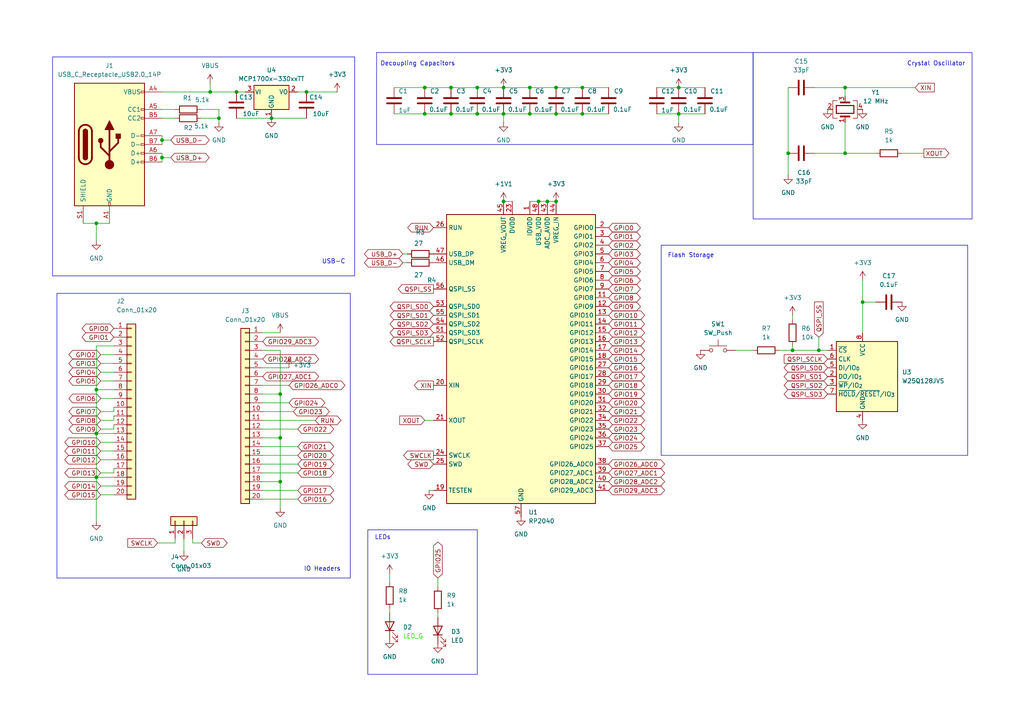
<source format=kicad_sch>
(kicad_sch (version 20250114) (generator "eeschema") (generator_version "9.0")
  (paper "A4")
  (lib_symbols
    (symbol "Connector:USB_C_Receptacle_USB2.0_14P" (pin_names (offset 1.016))
      (property "Reference" "J" (at 0 22.225 0))
      (property "Value" "USB_C_Receptacle_USB2.0_14P" (at 0 19.685 0))
      (symbol "USB_C_Receptacle_USB2.0_14P_1_1"
        (pin passive line (at -7.62 -22.86 90) (length 5.08) (name "SHIELD") (number "S1"))
        (pin passive line (at 0 -22.86 90) (length 5.08) (name "GND") (number "A1"))
        (pin passive line (at 0 -22.86 90) (length 5.08) (hide yes) (name "GND") (number "A12"))
        (pin passive line (at 0 -22.86 90) (length 5.08) (hide yes) (name "GND") (number "B1"))
        (pin passive line (at 0 -22.86 90) (length 5.08) (hide yes) (name "GND") (number "B12"))
        (pin passive line (at 15.24 15.24 180) (length 5.08) (name "VBUS") (number "A4"))
        (pin passive line (at 15.24 15.24 180) (length 5.08) (hide yes) (name "VBUS") (number "A9"))
        (pin passive line (at 15.24 15.24 180) (length 5.08) (hide yes) (name "VBUS") (number "B4"))
        (pin passive line (at 15.24 15.24 180) (length 5.08) (hide yes) (name "VBUS") (number "B9"))
        (pin bidirectional line (at 15.24 10.16 180) (length 5.08) (name "CC1") (number "A5"))
        (pin bidirectional line (at 15.24 7.62 180) (length 5.08) (name "CC2") (number "B5"))
        (pin bidirectional line (at 15.24 2.54 180) (length 5.08) (name "D-") (number "A7"))
        (pin bidirectional line (at 15.24 0 180) (length 5.08) (name "D-") (number "B7"))
        (pin bidirectional line (at 15.24 -2.54 180) (length 5.08) (name "D+") (number "A6"))
        (pin bidirectional line (at 15.24 -5.08 180) (length 5.08) (name "D+") (number "B6"))
      )
    )
    (symbol "Connector_Generic:Conn_01x03" (pin_names (offset 1.016) (hide yes))
      (property "Reference" "J" (at 0 5.08 0))
      (property "Value" "Conn_01x03" (at 0 -5.08 0))
      (symbol "Conn_01x03_1_1"
        (pin passive line (at -5.08 2.54 0) (length 3.81) (name "Pin_1") (number "1"))
        (pin passive line (at -5.08 0 0) (length 3.81) (name "Pin_2") (number "2"))
        (pin passive line (at -5.08 -2.54 0) (length 3.81) (name "Pin_3") (number "3"))
      )
    )
    (symbol "Connector_Generic:Conn_01x20" (pin_names (offset 1.016) (hide yes))
      (property "Reference" "J" (at 0 25.4 0))
      (property "Value" "Conn_01x20" (at 0 -27.94 0))
      (symbol "Conn_01x20_1_1"
        (pin passive line (at -5.08 22.86 0) (length 3.81) (name "Pin_1") (number "1"))
        (pin passive line (at -5.08 20.32 0) (length 3.81) (name "Pin_2") (number "2"))
        (pin passive line (at -5.08 17.78 0) (length 3.81) (name "Pin_3") (number "3"))
        (pin passive line (at -5.08 15.24 0) (length 3.81) (name "Pin_4") (number "4"))
        (pin passive line (at -5.08 12.7 0) (length 3.81) (name "Pin_5") (number "5"))
        (pin passive line (at -5.08 10.16 0) (length 3.81) (name "Pin_6") (number "6"))
        (pin passive line (at -5.08 7.62 0) (length 3.81) (name "Pin_7") (number "7"))
        (pin passive line (at -5.08 5.08 0) (length 3.81) (name "Pin_8") (number "8"))
        (pin passive line (at -5.08 2.54 0) (length 3.81) (name "Pin_9") (number "9"))
        (pin passive line (at -5.08 0 0) (length 3.81) (name "Pin_10") (number "10"))
        (pin passive line (at -5.08 -2.54 0) (length 3.81) (name "Pin_11") (number "11"))
        (pin passive line (at -5.08 -5.08 0) (length 3.81) (name "Pin_12") (number "12"))
        (pin passive line (at -5.08 -7.62 0) (length 3.81) (name "Pin_13") (number "13"))
        (pin passive line (at -5.08 -10.16 0) (length 3.81) (name "Pin_14") (number "14"))
        (pin passive line (at -5.08 -12.7 0) (length 3.81) (name "Pin_15") (number "15"))
        (pin passive line (at -5.08 -15.24 0) (length 3.81) (name "Pin_16") (number "16"))
        (pin passive line (at -5.08 -17.78 0) (length 3.81) (name "Pin_17") (number "17"))
        (pin passive line (at -5.08 -20.32 0) (length 3.81) (name "Pin_18") (number "18"))
        (pin passive line (at -5.08 -22.86 0) (length 3.81) (name "Pin_19") (number "19"))
        (pin passive line (at -5.08 -25.4 0) (length 3.81) (name "Pin_20") (number "20"))
      )
    )
    (symbol "Device:C" (pin_numbers (hide yes)) (pin_names (offset 0.254))
      (property "Reference" "C" (at 0.635 2.54 0))
      (property "Value" "C" (at 0.635 -2.54 0))
      (symbol "C_1_1"
        (pin passive line (at 0 3.81 270) (length 2.794) (name "~") (number "1"))
        (pin passive line (at 0 -3.81 90) (length 2.794) (name "~") (number "2"))
      )
    )
    (symbol "Device:Crystal_GND24" (pin_names (offset 1.016) (hide yes))
      (property "Reference" "Y" (at 3.175 5.08 0))
      (property "Value" "Crystal_GND24" (at 3.175 3.175 0))
      (symbol "Crystal_GND24_1_1"
        (pin passive line (at -3.81 0 0) (length 1.27) (name "1") (number "1"))
        (pin passive line (at 0 5.08 270) (length 1.27) (name "2") (number "2"))
        (pin passive line (at 0 -5.08 90) (length 1.27) (name "4") (number "4"))
        (pin passive line (at 3.81 0 180) (length 1.27) (name "3") (number "3"))
      )
    )
    (symbol "Device:LED" (pin_numbers (hide yes)) (pin_names (offset 1.016) (hide yes))
      (property "Reference" "D" (at 0 2.54 0))
      (property "Value" "LED" (at 0 -2.54 0))
      (symbol "LED_1_1"
        (pin passive line (at -3.81 0 0) (length 2.54) (name "K") (number "1"))
        (pin passive line (at 3.81 0 180) (length 2.54) (name "A") (number "2"))
      )
    )
    (symbol "Device:R" (pin_numbers (hide yes)) (pin_names (offset 0))
      (property "Reference" "R" (at 2.032 0 90))
      (property "Value" "R" (at 0 0 90))
      (symbol "R_1_1"
        (pin passive line (at 0 3.81 270) (length 1.27) (name "~") (number "1"))
        (pin passive line (at 0 -3.81 90) (length 1.27) (name "~") (number "2"))
      )
    )
    (symbol "MCU_RaspberryPi:RP2040"
      (property "Reference" "U" (at 17.78 45.72 0))
      (property "Value" "RP2040" (at 17.78 43.18 0))
      (symbol "RP2040_1_1"
        (pin input line (at -25.4 38.1 0) (length 3.81) (name "RUN") (number "26"))
        (pin bidirectional line (at -25.4 30.48 0) (length 3.81) (name "USB_DP") (number "47"))
        (pin bidirectional line (at -25.4 27.94 0) (length 3.81) (name "USB_DM") (number "46"))
        (pin bidirectional line (at -25.4 20.32 0) (length 3.81) (name "QSPI_SS") (number "56"))
        (pin bidirectional line (at -25.4 15.24 0) (length 3.81) (name "QSPI_SD0") (number "53"))
        (pin bidirectional line (at -25.4 12.7 0) (length 3.81) (name "QSPI_SD1") (number "55"))
        (pin bidirectional line (at -25.4 10.16 0) (length 3.81) (name "QSPI_SD2") (number "54"))
        (pin bidirectional line (at -25.4 7.62 0) (length 3.81) (name "QSPI_SD3") (number "51"))
        (pin output line (at -25.4 5.08 0) (length 3.81) (name "QSPI_SCLK") (number "52"))
        (pin input line (at -25.4 -7.62 0) (length 3.81) (name "XIN") (number "20"))
        (pin passive line (at -25.4 -17.78 0) (length 3.81) (name "XOUT") (number "21"))
        (pin input line (at -25.4 -27.94 0) (length 3.81) (name "SWCLK") (number "24"))
        (pin bidirectional line (at -25.4 -30.48 0) (length 3.81) (name "SWD") (number "25"))
        (pin input line (at -25.4 -38.1 0) (length 3.81) (name "TESTEN") (number "19"))
        (pin power_out line (at -5.08 45.72 270) (length 3.81) (name "VREG_VOUT") (number "45"))
        (pin power_in line (at -2.54 45.72 270) (length 3.81) (name "DVDD") (number "23"))
        (pin passive line (at -2.54 45.72 270) (length 3.81) (hide yes) (name "DVDD") (number "50"))
        (pin power_in line (at 0 -45.72 90) (length 3.81) (name "GND") (number "57"))
        (pin power_in line (at 2.54 45.72 270) (length 3.81) (name "IOVDD") (number "1"))
        (pin passive line (at 2.54 45.72 270) (length 3.81) (hide yes) (name "IOVDD") (number "10"))
        (pin passive line (at 2.54 45.72 270) (length 3.81) (hide yes) (name "IOVDD") (number "22"))
        (pin passive line (at 2.54 45.72 270) (length 3.81) (hide yes) (name "IOVDD") (number "33"))
        (pin passive line (at 2.54 45.72 270) (length 3.81) (hide yes) (name "IOVDD") (number "42"))
        (pin passive line (at 2.54 45.72 270) (length 3.81) (hide yes) (name "IOVDD") (number "49"))
        (pin power_in line (at 5.08 45.72 270) (length 3.81) (name "USB_VDD") (number "48"))
        (pin power_in line (at 7.62 45.72 270) (length 3.81) (name "ADC_AVDD") (number "43"))
        (pin power_in line (at 10.16 45.72 270) (length 3.81) (name "VREG_IN") (number "44"))
        (pin bidirectional line (at 25.4 38.1 180) (length 3.81) (name "GPIO0") (number "2"))
        (pin bidirectional line (at 25.4 35.56 180) (length 3.81) (name "GPIO1") (number "3"))
        (pin bidirectional line (at 25.4 33.02 180) (length 3.81) (name "GPIO2") (number "4"))
        (pin bidirectional line (at 25.4 30.48 180) (length 3.81) (name "GPIO3") (number "5"))
        (pin bidirectional line (at 25.4 27.94 180) (length 3.81) (name "GPIO4") (number "6"))
        (pin bidirectional line (at 25.4 25.4 180) (length 3.81) (name "GPIO5") (number "7"))
        (pin bidirectional line (at 25.4 22.86 180) (length 3.81) (name "GPIO6") (number "8"))
        (pin bidirectional line (at 25.4 20.32 180) (length 3.81) (name "GPIO7") (number "9"))
        (pin bidirectional line (at 25.4 17.78 180) (length 3.81) (name "GPIO8") (number "11"))
        (pin bidirectional line (at 25.4 15.24 180) (length 3.81) (name "GPIO9") (number "12"))
        (pin bidirectional line (at 25.4 12.7 180) (length 3.81) (name "GPIO10") (number "13"))
        (pin bidirectional line (at 25.4 10.16 180) (length 3.81) (name "GPIO11") (number "14"))
        (pin bidirectional line (at 25.4 7.62 180) (length 3.81) (name "GPIO12") (number "15"))
        (pin bidirectional line (at 25.4 5.08 180) (length 3.81) (name "GPIO13") (number "16"))
        (pin bidirectional line (at 25.4 2.54 180) (length 3.81) (name "GPIO14") (number "17"))
        (pin bidirectional line (at 25.4 0 180) (length 3.81) (name "GPIO15") (number "18"))
        (pin bidirectional line (at 25.4 -2.54 180) (length 3.81) (name "GPIO16") (number "27"))
        (pin bidirectional line (at 25.4 -5.08 180) (length 3.81) (name "GPIO17") (number "28"))
        (pin bidirectional line (at 25.4 -7.62 180) (length 3.81) (name "GPIO18") (number "29"))
        (pin bidirectional line (at 25.4 -10.16 180) (length 3.81) (name "GPIO19") (number "30"))
        (pin bidirectional line (at 25.4 -12.7 180) (length 3.81) (name "GPIO20") (number "31"))
        (pin bidirectional line (at 25.4 -15.24 180) (length 3.81) (name "GPIO21") (number "32"))
        (pin bidirectional line (at 25.4 -17.78 180) (length 3.81) (name "GPIO22") (number "34"))
        (pin bidirectional line (at 25.4 -20.32 180) (length 3.81) (name "GPIO23") (number "35"))
        (pin bidirectional line (at 25.4 -22.86 180) (length 3.81) (name "GPIO24") (number "36"))
        (pin bidirectional line (at 25.4 -25.4 180) (length 3.81) (name "GPIO25") (number "37"))
        (pin bidirectional line (at 25.4 -30.48 180) (length 3.81) (name "GPIO26_ADC0") (number "38"))
        (pin bidirectional line (at 25.4 -33.02 180) (length 3.81) (name "GPIO27_ADC1") (number "39"))
        (pin bidirectional line (at 25.4 -35.56 180) (length 3.81) (name "GPIO28_ADC2") (number "40"))
        (pin bidirectional line (at 25.4 -38.1 180) (length 3.81) (name "GPIO29_ADC3") (number "41"))
      )
    )
    (symbol "Memory_Flash:W25Q128JVS"
      (property "Reference" "U" (at -6.35 11.43 0))
      (property "Value" "W25Q128JVS" (at 7.62 11.43 0))
      (symbol "W25Q128JVS_1_1"
        (pin input line (at -10.16 7.62 0) (length 2.54) (name "~{CS}") (number "1"))
        (pin input line (at -10.16 5.08 0) (length 2.54) (name "CLK") (number "6"))
        (pin bidirectional line (at -10.16 2.54 0) (length 2.54) (name "DI/IO_{0}") (number "5"))
        (pin bidirectional line (at -10.16 0 0) (length 2.54) (name "DO/IO_{1}") (number "2"))
        (pin bidirectional line (at -10.16 -2.54 0) (length 2.54) (name "~{WP}/IO_{2}") (number "3"))
        (pin bidirectional line (at -10.16 -5.08 0) (length 2.54) (name "~{HOLD}/~{RESET}/IO_{3}") (number "7"))
        (pin power_in line (at 0 12.7 270) (length 2.54) (name "VCC") (number "8"))
        (pin power_in line (at 0 -12.7 90) (length 2.54) (name "GND") (number "4"))
      )
    )
    (symbol "Regulator_Linear:MCP1700x-330xxTT" (pin_names (offset 0.254))
      (property "Reference" "U" (at -3.81 3.175 0))
      (property "Value" "MCP1700x-330xxTT" (at 0 3.175 0))
      (symbol "MCP1700x-330xxTT_1_1"
        (pin power_in line (at -7.62 0 0) (length 2.54) (name "VI") (number "3"))
        (pin power_in line (at 0 -7.62 90) (length 2.54) (name "GND") (number "1"))
        (pin power_out line (at 7.62 0 180) (length 2.54) (name "VO") (number "2"))
      )
    )
    (symbol "Switch:SW_Push" (pin_numbers (hide yes)) (pin_names (offset 1.016) (hide yes))
      (property "Reference" "SW" (at 1.27 2.54 0))
      (property "Value" "SW_Push" (at 0 -1.524 0))
      (symbol "SW_Push_0_1"
        (pin passive line (at -5.08 0 0) (length 2.54) (name "1") (number "1"))
        (pin passive line (at 5.08 0 180) (length 2.54) (name "2") (number "2"))
      )
    )
    (symbol "power:+1V1" (power) (pin_numbers (hide yes)) (pin_names (offset 0) (hide yes))
      (property "Value" "+1V1" (at 0 3.556 0))
      (symbol "+1V1_1_1"
        (pin power_in line (at 0 0 90) (length 0) (name "~") (number "1"))
      )
    )
    (symbol "power:+3V3" (power) (pin_numbers (hide yes)) (pin_names (offset 0) (hide yes))
      (property "Value" "+3V3" (at 0 3.556 0))
      (symbol "+3V3_1_1"
        (pin power_in line (at 0 0 90) (length 0) (name "~") (number "1"))
      )
    )
    (symbol "power:GND" (power) (pin_numbers (hide yes)) (pin_names (offset 0) (hide yes))
      (property "Value" "GND" (at 0 -3.81 0))
      (symbol "GND_1_1"
        (pin power_in line (at 0 0 270) (length 0) (name "~") (number "1"))
      )
    )
    (symbol "power:VBUS" (power) (pin_numbers (hide yes)) (pin_names (offset 0) (hide yes))
      (property "Value" "VBUS" (at 0 3.556 0))
      (symbol "VBUS_1_1"
        (pin power_in line (at 0 0 90) (length 0) (name "~") (number "1"))
      )
    )
  )
  (rectangle (start 191.77 71.12) (end 280.67 132.08))
  (rectangle (start 109.22 15.24) (end 218.44 41.91))
  (rectangle (start 15.24 16.51) (end 102.87 80.01))
  (rectangle (start 106.68 153.67) (end 138.43 195.58))
  (rectangle (start 16.51 85.09) (end 101.6 167.64))
  (rectangle (start 218.44 15.24) (end 281.94 63.5))
  (text "Flash Storage" (at 200.406 74.168 0) (effects (font (size 1.27 1.27))))
  (text "USB-C" (at 96.774 75.946 0) (effects (font (size 1.27 1.27))))
  (text "Decoupling Capacitors" (at 121.158 18.542 0) (effects (font (size 1.27 1.27))))
  (text "Crystal Oscillator\n" (at 271.526 18.542 0) (effects (font (size 1.27 1.27))))
  (text "LEDs" (at 110.998 155.956 0) (effects (font (size 1.27 1.27))))
  (text "IO Headers" (at 93.472 165.1 0) (effects (font (size 1.27 1.27))))
  (junction (at 146.05 25.4))
  (junction (at 229.87 101.6))
  (junction (at 27.94 125.73))
  (junction (at 168.91 25.4))
  (junction (at 237.49 101.6))
  (junction (at 27.94 64.77))
  (junction (at 245.11 25.4))
  (junction (at 138.43 33.02))
  (junction (at 196.85 25.4))
  (junction (at 46.99 40.64))
  (junction (at 63.5 34.29))
  (junction (at 81.28 139.7))
  (junction (at 168.91 33.02))
  (junction (at 81.28 114.3))
  (junction (at 158.75 58.42))
  (junction (at 228.6 44.45))
  (junction (at 156.21 58.42))
  (junction (at 196.85 33.02))
  (junction (at 60.96 26.67))
  (junction (at 27.94 113.03))
  (junction (at 81.28 127))
  (junction (at 153.67 33.02))
  (junction (at 161.29 25.4))
  (junction (at 146.05 33.02))
  (junction (at 46.99 45.72))
  (junction (at 123.19 33.02))
  (junction (at 153.67 25.4))
  (junction (at 123.19 25.4))
  (junction (at 146.05 58.42))
  (junction (at 130.81 25.4))
  (junction (at 250.19 87.63))
  (junction (at 245.11 44.45))
  (junction (at 68.58 26.67))
  (junction (at 161.29 58.42))
  (junction (at 130.81 33.02))
  (junction (at 138.43 25.4))
  (junction (at 78.74 34.29))
  (junction (at 27.94 138.43))
  (junction (at 88.9 26.67))
  (junction (at 161.29 33.02))
  (wire (pts (xy 46.99 40.64) (xy 46.99 41.91)))
  (wire (pts (xy 76.2 96.52) (xy 81.28 96.52)))
  (wire (pts (xy 27.94 125.73) (xy 33.02 125.73)))
  (wire (pts (xy 153.67 33.02) (xy 161.29 33.02)))
  (wire (pts (xy 127 167.64) (xy 127 170.18)))
  (wire (pts (xy 27.94 113.03) (xy 27.94 125.73)))
  (wire (pts (xy 161.29 25.4) (xy 168.91 25.4)))
  (wire (pts (xy 63.5 31.75) (xy 63.5 34.29)))
  (wire (pts (xy 127 177.8) (xy 127 179.07)))
  (wire (pts (xy 113.03 166.37) (xy 113.03 168.91)))
  (wire (pts (xy 46.99 31.75) (xy 50.8 31.75)))
  (wire (pts (xy 245.11 44.45) (xy 254 44.45)))
  (wire (pts (xy 29.21 130.81) (xy 33.02 130.81)))
  (wire (pts (xy 76.2 119.38) (xy 85.09 119.38)))
  (wire (pts (xy 50.8 156.21) (xy 50.8 157.48)))
  (wire (pts (xy 146.05 58.42) (xy 148.59 58.42)))
  (wire (pts (xy 114.3 25.4) (xy 123.19 25.4)))
  (wire (pts (xy 196.85 35.56) (xy 196.85 33.02)))
  (wire (pts (xy 138.43 25.4) (xy 146.05 25.4)))
  (wire (pts (xy 153.67 25.4) (xy 161.29 25.4)))
  (wire (pts (xy 81.28 139.7) (xy 81.28 147.32)))
  (wire (pts (xy 29.21 128.27) (xy 33.02 128.27)))
  (wire (pts (xy 81.28 101.6) (xy 81.28 114.3)))
  (wire (pts (xy 76.2 137.16) (xy 86.36 137.16)))
  (wire (pts (xy 76.2 121.92) (xy 91.44 121.92)))
  (wire (pts (xy 229.87 91.44) (xy 229.87 92.71)))
  (wire (pts (xy 123.19 25.4) (xy 130.81 25.4)))
  (wire (pts (xy 113.03 176.53) (xy 113.03 177.8)))
  (wire (pts (xy 27.94 64.77) (xy 31.75 64.77)))
  (wire (pts (xy 76.2 129.54) (xy 86.36 129.54)))
  (wire (pts (xy 29.21 133.35) (xy 33.02 133.35)))
  (wire (pts (xy 146.05 33.02) (xy 153.67 33.02)))
  (wire (pts (xy 27.94 138.43) (xy 33.02 138.43)))
  (wire (pts (xy 29.21 124.46) (xy 33.02 124.46)))
  (wire (pts (xy 161.29 33.02) (xy 168.91 33.02)))
  (wire (pts (xy 76.2 114.3) (xy 81.28 114.3)))
  (wire (pts (xy 76.2 101.6) (xy 81.28 101.6)))
  (wire (pts (xy 81.28 114.3) (xy 81.28 127)))
  (wire (pts (xy 123.19 121.92) (xy 125.73 121.92)))
  (wire (pts (xy 29.21 107.95) (xy 33.02 107.95)))
  (wire (pts (xy 116.84 73.66) (xy 118.11 73.66)))
  (wire (pts (xy 88.9 26.67) (xy 97.79 26.67)))
  (wire (pts (xy 116.84 76.2) (xy 118.11 76.2)))
  (wire (pts (xy 146.05 35.56) (xy 146.05 33.02)))
  (wire (pts (xy 27.94 64.77) (xy 27.94 69.85)))
  (wire (pts (xy 60.96 26.67) (xy 68.58 26.67)))
  (wire (pts (xy 228.6 44.45) (xy 228.6 50.8)))
  (wire (pts (xy 236.22 25.4) (xy 245.11 25.4)))
  (wire (pts (xy 78.74 34.29) (xy 88.9 34.29)))
  (wire (pts (xy 63.5 34.29) (xy 63.5 35.56)))
  (wire (pts (xy 53.34 156.21) (xy 53.34 160.02)))
  (wire (pts (xy 33.02 137.16) (xy 33.02 135.89)))
  (wire (pts (xy 114.3 33.02) (xy 123.19 33.02)))
  (wire (pts (xy 68.58 26.67) (xy 71.12 26.67)))
  (wire (pts (xy 46.99 45.72) (xy 46.99 46.99)))
  (wire (pts (xy 29.21 121.92) (xy 33.02 121.92)))
  (wire (pts (xy 27.94 113.03) (xy 33.02 113.03)))
  (wire (pts (xy 250.19 87.63) (xy 254 87.63)))
  (wire (pts (xy 153.67 58.42) (xy 156.21 58.42)))
  (wire (pts (xy 76.2 134.62) (xy 86.36 134.62)))
  (wire (pts (xy 55.88 157.48) (xy 58.42 157.48)))
  (wire (pts (xy 27.94 100.33) (xy 27.94 113.03)))
  (wire (pts (xy 46.99 44.45) (xy 46.99 45.72)))
  (wire (pts (xy 213.36 101.6) (xy 218.44 101.6)))
  (wire (pts (xy 245.11 25.4) (xy 265.43 25.4)))
  (wire (pts (xy 130.81 25.4) (xy 138.43 25.4)))
  (wire (pts (xy 55.88 156.21) (xy 55.88 157.48)))
  (wire (pts (xy 33.02 124.46) (xy 33.02 123.19)))
  (wire (pts (xy 146.05 25.4) (xy 153.67 25.4)))
  (wire (pts (xy 261.62 44.45) (xy 267.97 44.45)))
  (wire (pts (xy 33.02 121.92) (xy 33.02 120.65)))
  (wire (pts (xy 76.2 132.08) (xy 86.36 132.08)))
  (wire (pts (xy 29.21 105.41) (xy 33.02 105.41)))
  (wire (pts (xy 196.85 25.4) (xy 204.47 25.4)))
  (wire (pts (xy 123.19 33.02) (xy 130.81 33.02)))
  (wire (pts (xy 33.02 100.33) (xy 27.94 100.33)))
  (wire (pts (xy 81.28 127) (xy 81.28 139.7)))
  (wire (pts (xy 46.99 34.29) (xy 50.8 34.29)))
  (wire (pts (xy 76.2 144.78) (xy 86.36 144.78)))
  (wire (pts (xy 46.99 26.67) (xy 60.96 26.67)))
  (wire (pts (xy 58.42 34.29) (xy 63.5 34.29)))
  (wire (pts (xy 76.2 139.7) (xy 81.28 139.7)))
  (wire (pts (xy 138.43 33.02) (xy 146.05 33.02)))
  (wire (pts (xy 190.5 33.02) (xy 196.85 33.02)))
  (wire (pts (xy 130.81 33.02) (xy 138.43 33.02)))
  (wire (pts (xy 196.85 33.02) (xy 204.47 33.02)))
  (wire (pts (xy 250.19 81.28) (xy 250.19 87.63)))
  (wire (pts (xy 237.49 101.6) (xy 237.49 97.79)))
  (wire (pts (xy 33.02 119.38) (xy 33.02 118.11)))
  (wire (pts (xy 76.2 124.46) (xy 86.36 124.46)))
  (wire (pts (xy 229.87 101.6) (xy 237.49 101.6)))
  (wire (pts (xy 168.91 25.4) (xy 176.53 25.4)))
  (wire (pts (xy 27.94 125.73) (xy 27.94 138.43)))
  (wire (pts (xy 29.21 119.38) (xy 33.02 119.38)))
  (wire (pts (xy 236.22 44.45) (xy 245.11 44.45)))
  (wire (pts (xy 29.21 137.16) (xy 33.02 137.16)))
  (wire (pts (xy 29.21 102.87) (xy 33.02 102.87)))
  (wire (pts (xy 250.19 87.63) (xy 250.19 96.52)))
  (wire (pts (xy 245.11 25.4) (xy 245.11 27.94)))
  (wire (pts (xy 24.13 64.77) (xy 27.94 64.77)))
  (wire (pts (xy 76.2 127) (xy 81.28 127)))
  (wire (pts (xy 46.99 39.37) (xy 46.99 40.64)))
  (wire (pts (xy 29.21 110.49) (xy 33.02 110.49)))
  (wire (pts (xy 158.75 58.42) (xy 161.29 58.42)))
  (wire (pts (xy 124.46 142.24) (xy 125.73 142.24)))
  (wire (pts (xy 245.11 35.56) (xy 245.11 44.45)))
  (wire (pts (xy 29.21 140.97) (xy 33.02 140.97)))
  (wire (pts (xy 228.6 25.4) (xy 228.6 44.45)))
  (wire (pts (xy 29.21 115.57) (xy 33.02 115.57)))
  (wire (pts (xy 190.5 25.4) (xy 196.85 25.4)))
  (wire (pts (xy 58.42 31.75) (xy 63.5 31.75)))
  (wire (pts (xy 60.96 24.13) (xy 60.96 26.67)))
  (wire (pts (xy 168.91 33.02) (xy 176.53 33.02)))
  (wire (pts (xy 86.36 26.67) (xy 88.9 26.67)))
  (wire (pts (xy 226.06 101.6) (xy 229.87 101.6)))
  (wire (pts (xy 46.99 45.72) (xy 49.53 45.72)))
  (wire (pts (xy 46.99 40.64) (xy 49.53 40.64)))
  (wire (pts (xy 68.58 34.29) (xy 78.74 34.29)))
  (wire (pts (xy 76.2 142.24) (xy 86.36 142.24)))
  (wire (pts (xy 237.49 101.6) (xy 240.03 101.6)))
  (wire (pts (xy 229.87 100.33) (xy 229.87 101.6)))
  (wire (pts (xy 29.21 143.51) (xy 33.02 143.51)))
  (wire (pts (xy 27.94 138.43) (xy 27.94 151.13)))
  (wire (pts (xy 50.8 157.48) (xy 45.72 157.48)))
  (wire (pts (xy 76.2 106.68) (xy 83.82 106.68)))
  (wire (pts (xy 156.21 58.42) (xy 158.75 58.42)))
  (wire (pts (xy 76.2 111.76) (xy 83.82 111.76)))
  (wire (pts (xy 76.2 116.84) (xy 83.82 116.84)))
  (global_label "GPIO20" (shape bidirectional) (at 86.36 132.08 0) (property "Intersheetrefs" "${INTERSHEET_REFS}" (effects (hide yes))))
  (global_label "XIN" (shape output) (at 125.73 111.76 180) (property "Intersheetrefs" "${INTERSHEET_REFS}" (effects (hide yes))))
  (global_label "GPIO26_ADC0" (shape bidirectional) (at 176.53 134.62 0) (property "Intersheetrefs" "${INTERSHEET_REFS}" (effects (hide yes))))
  (global_label "GPIO14" (shape bidirectional) (at 29.21 140.97 180) (property "Intersheetrefs" "${INTERSHEET_REFS}" (effects (hide yes))))
  (global_label "RUN" (shape bidirectional) (at 91.44 121.92 0) (property "Intersheetrefs" "${INTERSHEET_REFS}" (effects (hide yes))))
  (global_label "GPIO14" (shape bidirectional) (at 176.53 101.6 0) (property "Intersheetrefs" "${INTERSHEET_REFS}" (effects (hide yes))))
  (global_label "SWCLK" (shape input) (at 45.72 157.48 180) (property "Intersheetrefs" "${INTERSHEET_REFS}" (effects (hide yes))))
  (global_label "GPIO17" (shape bidirectional) (at 86.36 142.24 0) (property "Intersheetrefs" "${INTERSHEET_REFS}" (effects (hide yes))))
  (global_label "QSPI_SD3" (shape bidirectional) (at 240.03 114.3 180) (property "Intersheetrefs" "${INTERSHEET_REFS}" (effects (hide yes))))
  (global_label "XOUT" (shape output) (at 267.97 44.45 0) (property "Intersheetrefs" "${INTERSHEET_REFS}" (effects (hide yes))))
  (global_label "GPIO10" (shape bidirectional) (at 176.53 91.44 0) (property "Intersheetrefs" "${INTERSHEET_REFS}" (effects (hide yes))))
  (global_label "GPIO9" (shape bidirectional) (at 29.21 124.46 180) (property "Intersheetrefs" "${INTERSHEET_REFS}" (effects (hide yes))))
  (global_label "SWD" (shape bidirectional) (at 58.42 157.48 0) (property "Intersheetrefs" "${INTERSHEET_REFS}" (effects (hide yes))))
  (global_label "GPIO28_ADC2" (shape bidirectional) (at 176.53 139.7 0) (property "Intersheetrefs" "${INTERSHEET_REFS}" (effects (hide yes))))
  (global_label "GPIO28_ADC2" (shape bidirectional) (at 76.2 104.14 0) (property "Intersheetrefs" "${INTERSHEET_REFS}" (effects (hide yes))))
  (global_label "GPIO8" (shape bidirectional) (at 176.53 86.36 0) (property "Intersheetrefs" "${INTERSHEET_REFS}" (effects (hide yes))))
  (global_label "QSPI_SD1" (shape bidirectional) (at 240.03 109.22 180) (property "Intersheetrefs" "${INTERSHEET_REFS}" (effects (hide yes))))
  (global_label "GPIO15" (shape bidirectional) (at 29.21 143.51 180) (property "Intersheetrefs" "${INTERSHEET_REFS}" (effects (hide yes))))
  (global_label "GPIO4" (shape bidirectional) (at 176.53 76.2 0) (property "Intersheetrefs" "${INTERSHEET_REFS}" (effects (hide yes))))
  (global_label "GPIO3" (shape bidirectional) (at 176.53 73.66 0) (property "Intersheetrefs" "${INTERSHEET_REFS}" (effects (hide yes))))
  (global_label "GPIO7" (shape bidirectional) (at 29.21 119.38 180) (property "Intersheetrefs" "${INTERSHEET_REFS}" (effects (hide yes))))
  (global_label "GPIO13" (shape bidirectional) (at 29.21 137.16 180) (property "Intersheetrefs" "${INTERSHEET_REFS}" (effects (hide yes))))
  (global_label "GPIO18" (shape bidirectional) (at 176.53 111.76 0) (property "Intersheetrefs" "${INTERSHEET_REFS}" (effects (hide yes))))
  (global_label "GPIO8" (shape bidirectional) (at 29.21 121.92 180) (property "Intersheetrefs" "${INTERSHEET_REFS}" (effects (hide yes))))
  (global_label "USB_D-" (shape bidirectional) (at 49.53 40.64 0) (property "Intersheetrefs" "${INTERSHEET_REFS}" (effects (hide yes))))
  (global_label "GPIO9" (shape bidirectional) (at 176.53 88.9 0) (property "Intersheetrefs" "${INTERSHEET_REFS}" (effects (hide yes))))
  (global_label "QSPI_SCLK" (shape input) (at 240.03 104.14 180) (property "Intersheetrefs" "${INTERSHEET_REFS}" (effects (hide yes))))
  (global_label "RUN" (shape bidirectional) (at 125.73 66.04 180) (property "Intersheetrefs" "${INTERSHEET_REFS}" (effects (hide yes))))
  (global_label "GPIO11" (shape bidirectional) (at 176.53 93.98 0) (property "Intersheetrefs" "${INTERSHEET_REFS}" (effects (hide yes))))
  (global_label "GPIO19" (shape bidirectional) (at 176.53 114.3 0) (property "Intersheetrefs" "${INTERSHEET_REFS}" (effects (hide yes))))
  (global_label "GPIO12" (shape bidirectional) (at 176.53 96.52 0) (property "Intersheetrefs" "${INTERSHEET_REFS}" (effects (hide yes))))
  (global_label "GPIO24" (shape bidirectional) (at 83.82 116.84 0) (property "Intersheetrefs" "${INTERSHEET_REFS}" (effects (hide yes))))
  (global_label "GPIO27_ADC1" (shape bidirectional) (at 76.2 109.22 0) (property "Intersheetrefs" "${INTERSHEET_REFS}" (effects (hide yes))))
  (global_label "GPIO0" (shape bidirectional) (at 176.53 66.04 0) (property "Intersheetrefs" "${INTERSHEET_REFS}" (effects (hide yes))))
  (global_label "GPIO6" (shape bidirectional) (at 29.21 115.57 180) (property "Intersheetrefs" "${INTERSHEET_REFS}" (effects (hide yes))))
  (global_label "GPIO2" (shape bidirectional) (at 29.21 102.87 180) (property "Intersheetrefs" "${INTERSHEET_REFS}" (effects (hide yes))))
  (global_label "GPIO5" (shape bidirectional) (at 29.21 110.49 180) (property "Intersheetrefs" "${INTERSHEET_REFS}" (effects (hide yes))))
  (global_label "GPIO0" (shape bidirectional) (at 33.02 95.25 180) (property "Intersheetrefs" "${INTERSHEET_REFS}" (effects (hide yes))))
  (global_label "GPIO16" (shape bidirectional) (at 176.53 106.68 0) (property "Intersheetrefs" "${INTERSHEET_REFS}" (effects (hide yes))))
  (global_label "XIN" (shape input) (at 265.43 25.4 0) (property "Intersheetrefs" "${INTERSHEET_REFS}" (effects (hide yes))))
  (global_label "GPIO23" (shape bidirectional) (at 176.53 124.46 0) (property "Intersheetrefs" "${INTERSHEET_REFS}" (effects (hide yes))))
  (global_label "QSPI_SD2" (shape bidirectional) (at 125.73 93.98 180) (property "Intersheetrefs" "${INTERSHEET_REFS}" (effects (hide yes))))
  (global_label "GPIO3" (shape bidirectional) (at 29.21 105.41 180) (property "Intersheetrefs" "${INTERSHEET_REFS}" (effects (hide yes))))
  (global_label "SWD" (shape bidirectional) (at 125.73 134.62 180) (property "Intersheetrefs" "${INTERSHEET_REFS}" (effects (hide yes))))
  (global_label "QSPI_SS" (shape output) (at 125.73 83.82 180) (property "Intersheetrefs" "${INTERSHEET_REFS}" (effects (hide yes))))
  (global_label "GPIO27_ADC1" (shape bidirectional) (at 176.53 137.16 0) (property "Intersheetrefs" "${INTERSHEET_REFS}" (effects (hide yes))))
  (global_label "GPIO17" (shape bidirectional) (at 176.53 109.22 0) (property "Intersheetrefs" "${INTERSHEET_REFS}" (effects (hide yes))))
  (global_label "GPIO16" (shape bidirectional) (at 86.36 144.78 0) (property "Intersheetrefs" "${INTERSHEET_REFS}" (effects (hide yes))))
  (global_label "GPIO22" (shape bidirectional) (at 86.36 124.46 0) (property "Intersheetrefs" "${INTERSHEET_REFS}" (effects (hide yes))))
  (global_label "GPIO1" (shape bidirectional) (at 176.53 68.58 0) (property "Intersheetrefs" "${INTERSHEET_REFS}" (effects (hide yes))))
  (global_label "GPIO5" (shape bidirectional) (at 176.53 78.74 0) (property "Intersheetrefs" "${INTERSHEET_REFS}" (effects (hide yes))))
  (global_label "GPIO13" (shape bidirectional) (at 176.53 99.06 0) (property "Intersheetrefs" "${INTERSHEET_REFS}" (effects (hide yes))))
  (global_label "GPIO20" (shape bidirectional) (at 176.53 116.84 0) (property "Intersheetrefs" "${INTERSHEET_REFS}" (effects (hide yes))))
  (global_label "GPIO25" (shape bidirectional) (at 176.53 129.54 0) (property "Intersheetrefs" "${INTERSHEET_REFS}" (effects (hide yes))))
  (global_label "GPIO24" (shape bidirectional) (at 176.53 127 0) (property "Intersheetrefs" "${INTERSHEET_REFS}" (effects (hide yes))))
  (global_label "QSPI_SS" (shape input) (at 237.49 97.79 90) (property "Intersheetrefs" "${INTERSHEET_REFS}" (effects (hide yes))))
  (global_label "SWCLK" (shape output) (at 125.73 132.08 180) (property "Intersheetrefs" "${INTERSHEET_REFS}" (effects (hide yes))))
  (global_label "GPIO18" (shape bidirectional) (at 86.36 137.16 0) (property "Intersheetrefs" "${INTERSHEET_REFS}" (effects (hide yes))))
  (global_label "GPIO2" (shape bidirectional) (at 176.53 71.12 0) (property "Intersheetrefs" "${INTERSHEET_REFS}" (effects (hide yes))))
  (global_label "GPIO19" (shape bidirectional) (at 86.36 134.62 0) (property "Intersheetrefs" "${INTERSHEET_REFS}" (effects (hide yes))))
  (global_label "GPIO29_ADC3" (shape bidirectional) (at 176.53 142.24 0) (property "Intersheetrefs" "${INTERSHEET_REFS}" (effects (hide yes))))
  (global_label "QSPI_SCLK" (shape output) (at 125.73 99.06 180) (property "Intersheetrefs" "${INTERSHEET_REFS}" (effects (hide yes))))
  (global_label "GPIO7" (shape bidirectional) (at 176.53 83.82 0) (property "Intersheetrefs" "${INTERSHEET_REFS}" (effects (hide yes))))
  (global_label "USB_D+" (shape bidirectional) (at 49.53 45.72 0) (property "Intersheetrefs" "${INTERSHEET_REFS}" (effects (hide yes))))
  (global_label "XOUT" (shape input) (at 123.19 121.92 180) (property "Intersheetrefs" "${INTERSHEET_REFS}" (effects (hide yes))))
  (global_label "GPIO26_ADC0" (shape bidirectional) (at 83.82 111.76 0) (property "Intersheetrefs" "${INTERSHEET_REFS}" (effects (hide yes))))
  (global_label "QSPI_SD2" (shape bidirectional) (at 240.03 111.76 180) (property "Intersheetrefs" "${INTERSHEET_REFS}" (effects (hide yes))))
  (global_label "GPIO6" (shape bidirectional) (at 176.53 81.28 0) (property "Intersheetrefs" "${INTERSHEET_REFS}" (effects (hide yes))))
  (global_label "USB_D-" (shape bidirectional) (at 116.84 76.2 180) (property "Intersheetrefs" "${INTERSHEET_REFS}" (effects (hide yes))))
  (global_label "GPIO11" (shape bidirectional) (at 29.21 130.81 180) (property "Intersheetrefs" "${INTERSHEET_REFS}" (effects (hide yes))))
  (global_label "QSPI_SD0" (shape bidirectional) (at 240.03 106.68 180) (property "Intersheetrefs" "${INTERSHEET_REFS}" (effects (hide yes))))
  (global_label "GPIO4" (shape bidirectional) (at 29.21 107.95 180) (property "Intersheetrefs" "${INTERSHEET_REFS}" (effects (hide yes))))
  (global_label "GPIO22" (shape bidirectional) (at 176.53 121.92 0) (property "Intersheetrefs" "${INTERSHEET_REFS}" (effects (hide yes))))
  (global_label "GPIO12" (shape bidirectional) (at 29.21 133.35 180) (property "Intersheetrefs" "${INTERSHEET_REFS}" (effects (hide yes))))
  (global_label "GPIO29_ADC3" (shape bidirectional) (at 76.2 99.06 0) (property "Intersheetrefs" "${INTERSHEET_REFS}" (effects (hide yes))))
  (global_label "GPIO21" (shape bidirectional) (at 176.53 119.38 0) (property "Intersheetrefs" "${INTERSHEET_REFS}" (effects (hide yes))))
  (global_label "GPIO23" (shape bidirectional) (at 85.09 119.38 0) (property "Intersheetrefs" "${INTERSHEET_REFS}" (effects (hide yes))))
  (global_label "USB_D+" (shape bidirectional) (at 116.84 73.66 180) (property "Intersheetrefs" "${INTERSHEET_REFS}" (effects (hide yes))))
  (global_label "QSPI_SD0" (shape bidirectional) (at 125.73 88.9 180) (property "Intersheetrefs" "${INTERSHEET_REFS}" (effects (hide yes))))
  (global_label "GPIO21" (shape bidirectional) (at 86.36 129.54 0) (property "Intersheetrefs" "${INTERSHEET_REFS}" (effects (hide yes))))
  (global_label "GPIO15" (shape bidirectional) (at 176.53 104.14 0) (property "Intersheetrefs" "${INTERSHEET_REFS}" (effects (hide yes))))
  (global_label "GPIO10" (shape bidirectional) (at 29.21 128.27 180) (property "Intersheetrefs" "${INTERSHEET_REFS}" (effects (hide yes))))
  (global_label "GPIO25" (shape bidirectional) (at 127 167.64 90) (property "Intersheetrefs" "${INTERSHEET_REFS}" (effects (hide yes))))
  (global_label "QSPI_SD3" (shape bidirectional) (at 125.73 96.52 180) (property "Intersheetrefs" "${INTERSHEET_REFS}" (effects (hide yes))))
  (global_label "QSPI_SD1" (shape bidirectional) (at 125.73 91.44 180) (property "Intersheetrefs" "${INTERSHEET_REFS}" (effects (hide yes))))
  (global_label "GPIO1" (shape bidirectional) (at 33.02 97.79 180) (property "Intersheetrefs" "${INTERSHEET_REFS}" (effects (hide yes))))
  (symbol (lib_id "Device:C") (at 146.05 29.21 0) (unit 1)
    (property "Reference" "C5" (at 147.574 26.416 0) (effects (justify left)))
    (property "Value" "0.1uF" (at 147.32 31.75 0) (effects (justify left)))
    (property "Footprint" "Capacitor_SMD:C_0402_1005Metric" (effects (hide yes)))
    (property "Description" "Unpolarized capacitor" (effects (hide yes)))
  )
  (symbol (lib_id "Device:C") (at 123.19 29.21 0) (unit 1)
    (property "Reference" "C2" (at 124.714 26.416 0) (effects (justify left)))
    (property "Value" "0.1uF" (at 124.46 31.75 0) (effects (justify left)))
    (property "Footprint" "Capacitor_SMD:C_0402_1005Metric" (effects (hide yes)))
    (property "Description" "Unpolarized capacitor" (effects (hide yes)))
  )
  (symbol (lib_id "Device:C") (at 257.81 87.63 90) (unit 1)
    (property "Reference" "C17" (at 257.81 80.01 90))
    (property "Value" "0.1uF" (at 257.81 82.55 90))
    (property "Footprint" "Capacitor_SMD:C_0402_1005Metric" (effects (hide yes)))
    (property "Description" "Unpolarized capacitor" (effects (hide yes)))
  )
  (symbol (lib_id "Device:C") (at 130.81 29.21 0) (unit 1)
    (property "Reference" "C3" (at 132.334 26.416 0) (effects (justify left)))
    (property "Value" "0.1uF" (at 132.08 31.75 0) (effects (justify left)))
    (property "Footprint" "Capacitor_SMD:C_0402_1005Metric" (effects (hide yes)))
    (property "Description" "Unpolarized capacitor" (effects (hide yes)))
  )
  (symbol (lib_id "power:GND") (at 81.28 147.32 0) (unit 1)
    (property "Reference" "#PWR023" (effects (hide yes)))
    (property "Value" "GND" (at 81.28 152.4 0))
    (property "Description" "Power symbol creates a global label with name \"GND\" , ground" (effects (hide yes)))
  )
  (symbol (lib_id "power:GND") (at 250.19 121.92 0) (unit 1)
    (property "Reference" "#PWR017" (effects (hide yes)))
    (property "Value" "GND" (at 250.19 127 0))
    (property "Description" "Power symbol creates a global label with name \"GND\" , ground" (effects (hide yes)))
  )
  (symbol (lib_id "Connector_Generic:Conn_01x03") (at 53.34 151.13 90) (unit 1)
    (property "Reference" "J4" (at 49.53 161.544 90) (effects (justify right)))
    (property "Value" "Conn_01x03" (at 49.53 164.084 90) (effects (justify right)))
    (property "Footprint" "Connector_PinHeader_2.54mm:PinHeader_1x03_P2.54mm_Vertical" (effects (hide yes)))
    (property "Description" "Generic connector, single row, 01x03, script generated (kicad-library-utils/schlib/autogen/connector/)" (effects (hide yes)))
  )
  (symbol (lib_id "Device:Crystal_GND24") (at 245.11 31.75 90) (unit 1)
    (property "Reference" "Y1" (at 254 26.7968 90))
    (property "Value" "12 MHz" (at 254 29.3368 90))
    (property "Footprint" "Crystal:Crystal_SMD_3225-4Pin_3.2x2.5mm" (effects (hide yes)))
    (property "Description" "Four pin crystal, GND on pins 2 and 4" (effects (hide yes)))
  )
  (symbol (lib_id "power:GND") (at 228.6 50.8 0) (unit 1)
    (property "Reference" "#PWR015" (effects (hide yes)))
    (property "Value" "GND" (at 228.6 55.88 0))
    (property "Description" "Power symbol creates a global label with name \"GND\" , ground" (effects (hide yes)))
  )
  (symbol (lib_id "Switch:SW_Push") (at 208.28 101.6 0) (unit 1)
    (property "Reference" "SW1" (at 208.28 93.98 0))
    (property "Value" "SW_Push" (at 208.28 96.52 0))
    (property "Footprint" "Button_Switch_SMD:SW_Push_SPST_NO_Alps_SKRK" (effects (hide yes)))
    (property "Description" "Push button switch, generic, two pins" (effects (hide yes)))
  )
  (symbol (lib_id "power:GND") (at 127 186.69 0) (unit 1)
    (property "Reference" "#PWR029" (effects (hide yes)))
    (property "Value" "GND" (at 127 191.77 0))
    (property "Description" "Power symbol creates a global label with name \"GND\" , ground" (effects (hide yes)))
  )
  (symbol (lib_id "Connector:USB_C_Receptacle_USB2.0_14P") (at 31.75 41.91 0) (unit 1)
    (property "Reference" "J1" (at 31.75 19.05 0))
    (property "Value" "USB_C_Receptacle_USB2.0_14P" (at 31.75 21.59 0))
    (property "Footprint" "Connector_USB:USB_C_Receptacle_HRO_TYPE-C-31-M-12" (effects (hide yes)))
    (property "Datasheet" "https://www.usb.org/sites/default/files/documents/usb_type-c.zip" (effects (hide yes)))
    (property "Description" "USB 2.0-only 14P Type-C Receptacle connector" (effects (hide yes)))
  )
  (symbol (lib_id "Device:R") (at 54.61 31.75 90) (unit 1)
    (property "Reference" "R1" (at 54.356 28.448 90))
    (property "Value" "5.1k" (at 58.674 28.956 90))
    (property "Footprint" "Resistor_SMD:R_0402_1005Metric" (effects (hide yes)))
    (property "Description" "Resistor" (effects (hide yes)))
  )
  (symbol (lib_id "Device:C") (at 153.67 29.21 0) (unit 1)
    (property "Reference" "C6" (at 155.194 26.416 0) (effects (justify left)))
    (property "Value" "0.1uF" (at 154.94 31.75 0) (effects (justify left)))
    (property "Footprint" "Capacitor_SMD:C_0402_1005Metric" (effects (hide yes)))
    (property "Description" "Unpolarized capacitor" (effects (hide yes)))
  )
  (symbol (lib_id "power:+3V3") (at 113.03 166.37 0) (unit 1)
    (property "Reference" "#PWR027" (effects (hide yes)))
    (property "Value" "+3V3" (at 113.03 161.29 0))
    (property "Description" "Power symbol creates a global label with name \"+3V3\"" (effects (hide yes)))
  )
  (symbol (lib_id "power:+3V3") (at 196.85 25.4 0) (unit 1)
    (property "Reference" "#PWR05" (effects (hide yes)))
    (property "Value" "+3V3" (at 196.85 20.32 0))
    (property "Description" "Power symbol creates a global label with name \"+3V3\"" (effects (hide yes)))
  )
  (symbol (lib_id "power:GND") (at 78.74 34.29 0) (unit 1)
    (property "Reference" "#PWR010" (effects (hide yes)))
    (property "Value" "GND" (at 78.74 39.37 0))
    (property "Description" "Power symbol creates a global label with name \"GND\" , ground" (effects (hide yes)))
  )
  (symbol (lib_id "power:+3V3") (at 229.87 91.44 0) (unit 1)
    (property "Reference" "#PWR019" (effects (hide yes)))
    (property "Value" "+3V3" (at 229.87 86.36 0))
    (property "Description" "Power symbol creates a global label with name \"+3V3\"" (effects (hide yes)))
  )
  (symbol (lib_id "Device:LED") (at 127 182.88 90) (unit 1)
    (property "Reference" "D3" (at 130.81 183.1974 90) (effects (justify right)))
    (property "Value" "LED" (at 130.81 185.7374 90) (effects (justify right)))
    (property "Footprint" "LED_SMD:LED_0603_1608Metric" (effects (hide yes)))
    (property "Description" "Light emitting diode" (effects (hide yes)))
    (property "Sim.Pins" "1=K 2=A" (effects (hide yes)))
  )
  (symbol (lib_id "Device:C") (at 68.58 30.48 0) (unit 1)
    (property "Reference" "C13" (at 69.342 28.194 0) (effects (justify left)))
    (property "Value" "10uF" (at 70.358 33.02 0) (effects (justify left)))
    (property "Footprint" "Capacitor_SMD:C_0603_1608Metric" (effects (hide yes)))
    (property "Description" "Unpolarized capacitor" (effects (hide yes)))
  )
  (symbol (lib_id "Device:R") (at 121.92 73.66 90) (unit 1)
    (property "Reference" "R3" (at 121.92 67.31 90))
    (property "Value" "27" (at 121.412 70.612 90))
    (property "Footprint" "Resistor_SMD:R_0402_1005Metric" (effects (hide yes)))
    (property "Description" "Resistor" (effects (hide yes)))
  )
  (symbol (lib_id "Device:C") (at 161.29 29.21 0) (unit 1)
    (property "Reference" "C7" (at 162.814 26.416 0) (effects (justify left)))
    (property "Value" "0.1uF" (at 162.56 31.75 0) (effects (justify left)))
    (property "Footprint" "Capacitor_SMD:C_0402_1005Metric" (effects (hide yes)))
    (property "Description" "Unpolarized capacitor" (effects (hide yes)))
  )
  (symbol (lib_id "Device:C") (at 190.5 29.21 0) (unit 1)
    (property "Reference" "C12" (at 191.77 26.416 0) (effects (justify left)))
    (property "Value" "1uF" (at 191.77 32.004 0) (effects (justify left)))
    (property "Footprint" "Capacitor_SMD:C_0402_1005Metric" (effects (hide yes)))
    (property "Description" "Unpolarized capacitor" (effects (hide yes)))
  )
  (symbol (lib_id "power:+1V1") (at 146.05 58.42 0) (unit 1)
    (property "Reference" "#PWR01" (effects (hide yes)))
    (property "Value" "+1V1" (at 146.05 53.34 0))
    (property "Description" "Power symbol creates a global label with name \"+1V1\"" (effects (hide yes)))
  )
  (symbol (lib_id "power:+3V3") (at 97.79 26.67 0) (unit 1)
    (property "Reference" "#PWR011" (effects (hide yes)))
    (property "Value" "+3V3" (at 97.79 21.59 0))
    (property "Description" "Power symbol creates a global label with name \"+3V3\"" (effects (hide yes)))
  )
  (symbol (lib_id "Device:R") (at 257.81 44.45 90) (unit 1)
    (property "Reference" "R5" (at 257.81 38.1 90))
    (property "Value" "1k" (at 257.81 40.64 90))
    (property "Footprint" "Resistor_SMD:R_0402_1005Metric" (effects (hide yes)))
    (property "Description" "Resistor" (effects (hide yes)))
  )
  (symbol (lib_id "power:VBUS") (at 60.96 24.13 0) (unit 1)
    (property "Reference" "#PWR012" (effects (hide yes)))
    (property "Value" "VBUS" (at 60.96 19.05 0))
    (property "Description" "Power symbol creates a global label with name \"VBUS\"" (effects (hide yes)))
  )
  (symbol (lib_id "power:GND") (at 203.2 101.6 0) (unit 1)
    (property "Reference" "#PWR020" (effects (hide yes)))
    (property "Value" "GND" (at 203.2 106.68 0))
    (property "Description" "Power symbol creates a global label with name \"GND\" , ground" (effects (hide yes)))
  )
  (symbol (lib_id "power:GND") (at 151.13 149.86 0) (unit 1)
    (property "Reference" "#PWR07" (effects (hide yes)))
    (property "Value" "GND" (at 151.13 154.94 0))
    (property "Description" "Power symbol creates a global label with name \"GND\" , ground" (effects (hide yes)))
  )
  (symbol (lib_id "Device:C") (at 168.91 29.21 0) (unit 1)
    (property "Reference" "C8" (at 170.434 26.416 0) (effects (justify left)))
    (property "Value" "0.1uF" (at 170.18 31.75 0) (effects (justify left)))
    (property "Footprint" "Capacitor_SMD:C_0402_1005Metric" (effects (hide yes)))
    (property "Description" "Unpolarized capacitor" (effects (hide yes)))
  )
  (symbol (lib_id "Device:C") (at 232.41 44.45 90) (unit 1)
    (property "Reference" "C16" (at 233.172 50.038 90))
    (property "Value" "33pF" (at 233.172 52.578 90))
    (property "Footprint" "Capacitor_SMD:C_0402_1005Metric" (effects (hide yes)))
    (property "Description" "Unpolarized capacitor" (effects (hide yes)))
  )
  (symbol (lib_id "power:+3V3") (at 161.29 58.42 0) (unit 1)
    (property "Reference" "#PWR02" (effects (hide yes)))
    (property "Value" "+3V3" (at 161.29 53.34 0))
    (property "Description" "Power symbol creates a global label with name \"+3V3\"" (effects (hide yes)))
  )
  (symbol (lib_id "power:GND") (at 63.5 35.56 0) (unit 1)
    (property "Reference" "#PWR08" (effects (hide yes)))
    (property "Value" "GND" (at 63.5 40.64 0))
    (property "Description" "Power symbol creates a global label with name \"GND\" , ground" (effects (hide yes)))
  )
  (symbol (lib_id "Device:R") (at 229.87 96.52 0) (unit 1)
    (property "Reference" "R6" (at 232.41 95.2499 0) (effects (justify left)))
    (property "Value" "10k" (at 232.41 97.7899 0) (effects (justify left)))
    (property "Footprint" "Resistor_SMD:R_0402_1005Metric" (effects (hide yes)))
    (property "Description" "Resistor" (effects (hide yes)))
  )
  (symbol (lib_id "Device:R") (at 54.61 34.29 90) (unit 1)
    (property "Reference" "R2" (at 54.61 37.084 90))
    (property "Value" "5.1k" (at 58.42 36.576 90))
    (property "Footprint" "Resistor_SMD:R_0402_1005Metric" (effects (hide yes)))
    (property "Description" "Resistor" (effects (hide yes)))
  )
  (symbol (lib_id "power:GND") (at 124.46 142.24 0) (unit 1)
    (property "Reference" "#PWR021" (effects (hide yes)))
    (property "Value" "GND" (at 124.46 147.32 0))
    (property "Description" "Power symbol creates a global label with name \"GND\" , ground" (effects (hide yes)))
  )
  (symbol (lib_id "Connector_Generic:Conn_01x20") (at 38.1 118.11 0) (unit 1)
    (property "Reference" "J2" (at 33.782 87.376 0) (effects (justify left)))
    (property "Value" "Conn_01x20" (at 33.782 89.916 0) (effects (justify left)))
    (property "Footprint" "Connector_PinHeader_2.54mm:PinHeader_1x20_P2.54mm_Vertical" (effects (hide yes)))
    (property "Description" "Generic connector, single row, 01x20, script generated (kicad-library-utils/schlib/autogen/connector/)" (effects (hide yes)))
  )
  (symbol (lib_id "Device:LED") (at 113.03 181.61 90) (unit 1)
    (property "Reference" "D2" (at 116.84 181.9274 90) (effects (justify right)))
    (property "Value" "LED_G" (at 116.84 184.4674 90) (effects (justify right)))
    (property "Footprint" "LED_SMD:LED_0603_1608Metric" (effects (hide yes)))
    (property "Description" "Light emitting diode" (effects (hide yes)))
    (property "Sim.Pins" "1=K 2=A" (effects (hide yes)))
  )
  (symbol (lib_id "Connector_Generic:Conn_01x20") (at 71.12 119.38 0) (mirror y) (unit 1)
    (property "Reference" "J3" (at 71.12 90.17 0))
    (property "Value" "Conn_01x20" (at 71.12 92.71 0))
    (property "Footprint" "Connector_PinHeader_2.54mm:PinHeader_1x20_P2.54mm_Vertical" (effects (hide yes)))
    (property "Description" "Generic connector, single row, 01x20, script generated (kicad-library-utils/schlib/autogen/connector/)" (effects (hide yes)))
  )
  (symbol (lib_id "power:GND") (at 27.94 151.13 0) (unit 1)
    (property "Reference" "#PWR026" (effects (hide yes)))
    (property "Value" "GND" (at 27.94 156.21 0))
    (property "Description" "Power symbol creates a global label with name \"GND\" , ground" (effects (hide yes)))
  )
  (symbol (lib_id "power:GND") (at 146.05 35.56 0) (unit 1)
    (property "Reference" "#PWR04" (effects (hide yes)))
    (property "Value" "GND" (at 146.05 40.64 0))
    (property "Description" "Power symbol creates a global label with name \"GND\" , ground" (effects (hide yes)))
  )
  (symbol (lib_id "power:+3V3") (at 250.19 81.28 0) (unit 1)
    (property "Reference" "#PWR016" (effects (hide yes)))
    (property "Value" "+3V3" (at 250.19 76.2 0))
    (property "Description" "Power symbol creates a global label with name \"+3V3\"" (effects (hide yes)))
  )
  (symbol (lib_id "Regulator_Linear:MCP1700x-330xxTT") (at 78.74 26.67 0) (unit 1)
    (property "Reference" "U4" (at 78.74 20.32 0))
    (property "Value" "MCP1700x-330xxTT" (at 78.74 22.86 0))
    (property "Footprint" "Package_TO_SOT_SMD:SOT-23" (effects (hide yes)))
    (property "Datasheet" "http://ww1.microchip.com/downloads/en/DeviceDoc/20001826D.pdf" (effects (hide yes)))
    (property "Description" "250mA Low Quiscent Current LDO, 3.3V output, SOT-23" (effects (hide yes)))
  )
  (symbol (lib_id "power:GND") (at 261.62 87.63 0) (unit 1)
    (property "Reference" "#PWR018" (effects (hide yes)))
    (property "Value" "GND" (at 261.62 92.71 0))
    (property "Description" "Power symbol creates a global label with name \"GND\" , ground" (effects (hide yes)))
  )
  (symbol (lib_id "Device:R") (at 113.03 172.72 0) (unit 1)
    (property "Reference" "R8" (at 115.57 171.4499 0) (effects (justify left)))
    (property "Value" "1k" (at 115.57 173.9899 0) (effects (justify left)))
    (property "Footprint" "Resistor_SMD:R_0402_1005Metric" (effects (hide yes)))
    (property "Description" "Resistor" (effects (hide yes)))
  )
  (symbol (lib_id "power:GND") (at 250.19 31.75 0) (unit 1)
    (property "Reference" "#PWR014" (effects (hide yes)))
    (property "Value" "GND" (at 250.19 36.83 0))
    (property "Description" "Power symbol creates a global label with name \"GND\" , ground" (effects (hide yes)))
  )
  (symbol (lib_id "Memory_Flash:W25Q128JVS") (at 250.19 109.22 0) (unit 1)
    (property "Reference" "U3" (at 261.62 107.9499 0) (effects (justify left)))
    (property "Value" "W25Q128JVS" (at 261.62 110.4899 0) (effects (justify left)))
    (property "Footprint" "Package_SON:Winbond_USON-8-1EP_3x2mm_P0.5mm_EP0.2x1.6mm" (effects (hide yes)))
    (property "Datasheet" "https://www.winbond.com/resource-files/w25q128jv_dtr%20revc%2003272018%20plus.pdf" (effects (hide yes)))
    (property "Description" "128Mbit / 16MiB Serial Flash Memory, Standard/Dual/Quad SPI, 2.7-3.6V, SOIC-8" (effects (hide yes)))
  )
  (symbol (lib_id "power:GND") (at 53.34 160.02 0) (unit 1)
    (property "Reference" "#PWR025" (effects (hide yes)))
    (property "Value" "GND" (at 53.34 165.1 0))
    (property "Description" "Power symbol creates a global label with name \"GND\" , ground" (effects (hide yes)))
  )
  (symbol (lib_id "power:GND") (at 113.03 185.42 0) (unit 1)
    (property "Reference" "#PWR028" (effects (hide yes)))
    (property "Value" "GND" (at 113.03 190.5 0))
    (property "Description" "Power symbol creates a global label with name \"GND\" , ground" (effects (hide yes)))
  )
  (symbol (lib_id "Device:C") (at 176.53 29.21 0) (unit 1)
    (property "Reference" "C9" (at 178.054 26.416 0) (effects (justify left)))
    (property "Value" "0.1uF" (at 177.8 31.75 0) (effects (justify left)))
    (property "Footprint" "Capacitor_SMD:C_0402_1005Metric" (effects (hide yes)))
    (property "Description" "Unpolarized capacitor" (effects (hide yes)))
  )
  (symbol (lib_id "Device:C") (at 232.41 25.4 90) (unit 1)
    (property "Reference" "C15" (at 232.41 17.78 90))
    (property "Value" "33pF" (at 232.41 20.32 90))
    (property "Footprint" "Capacitor_SMD:C_0402_1005Metric" (effects (hide yes)))
    (property "Description" "Unpolarized capacitor" (effects (hide yes)))
  )
  (symbol (lib_id "Device:R") (at 121.92 76.2 90) (unit 1)
    (property "Reference" "R4" (at 125.222 81.28 90))
    (property "Value" "27" (at 121.412 79.756 90))
    (property "Footprint" "Resistor_SMD:R_0402_1005Metric" (effects (hide yes)))
    (property "Description" "Resistor" (effects (hide yes)))
  )
  (symbol (lib_id "MCU_RaspberryPi:RP2040") (at 151.13 104.14 0) (unit 1)
    (property "Reference" "U1" (at 153.2733 148.59 0) (effects (justify left)))
    (property "Value" "RP2040" (at 153.2733 151.13 0) (effects (justify left)))
    (property "Footprint" "Package_DFN_QFN:QFN-56-1EP_7x7mm_P0.4mm_EP3.2x3.2mm" (effects (hide yes)))
    (property "Datasheet" "https://datasheets.raspberrypi.com/rp2040/rp2040-datasheet.pdf" (effects (hide yes)))
    (property "Description" "A microcontroller by Raspberry Pi" (effects (hide yes)))
  )
  (symbol (lib_id "Device:R") (at 222.25 101.6 90) (unit 1)
    (property "Reference" "R7" (at 222.25 95.25 90))
    (property "Value" "1k" (at 222.25 97.79 90))
    (property "Footprint" "Resistor_SMD:R_0402_1005Metric" (effects (hide yes)))
    (property "Description" "Resistor" (effects (hide yes)))
  )
  (symbol (lib_id "Device:C") (at 88.9 30.48 0) (unit 1)
    (property "Reference" "C14" (at 89.662 28.194 0) (effects (justify left)))
    (property "Value" "10uF" (at 90.678 33.02 0) (effects (justify left)))
    (property "Footprint" "Capacitor_SMD:C_0603_1608Metric" (effects (hide yes)))
    (property "Description" "Unpolarized capacitor" (effects (hide yes)))
  )
  (symbol (lib_id "Device:C") (at 196.85 29.21 0) (unit 1)
    (property "Reference" "C10" (at 198.374 26.416 0) (effects (justify left)))
    (property "Value" "0.1uF" (at 198.12 31.75 0) (effects (justify left)))
    (property "Footprint" "Capacitor_SMD:C_0402_1005Metric" (effects (hide yes)))
    (property "Description" "Unpolarized capacitor" (effects (hide yes)))
  )
  (symbol (lib_id "power:+3V3") (at 146.05 25.4 0) (unit 1)
    (property "Reference" "#PWR03" (effects (hide yes)))
    (property "Value" "+3V3" (at 146.05 20.32 0))
    (property "Description" "Power symbol creates a global label with name \"+3V3\"" (effects (hide yes)))
  )
  (symbol (lib_id "power:GND") (at 196.85 35.56 0) (unit 1)
    (property "Reference" "#PWR06" (effects (hide yes)))
    (property "Value" "GND" (at 196.85 40.64 0))
    (property "Description" "Power symbol creates a global label with name \"GND\" , ground" (effects (hide yes)))
  )
  (symbol (lib_id "power:+3V3") (at 83.82 106.68 0) (unit 1)
    (property "Reference" "#PWR024" (effects (hide yes)))
    (property "Value" "+3V3" (at 87.63 105.918 0))
    (property "Description" "Power symbol creates a global label with name \"+3V3\"" (effects (hide yes)))
  )
  (symbol (lib_id "power:GND") (at 27.94 69.85 0) (unit 1)
    (property "Reference" "#PWR09" (effects (hide yes)))
    (property "Value" "GND" (at 27.94 74.93 0))
    (property "Description" "Power symbol creates a global label with name \"GND\" , ground" (effects (hide yes)))
  )
  (symbol (lib_id "Device:C") (at 204.47 29.21 0) (unit 1)
    (property "Reference" "C11" (at 205.994 26.416 0) (effects (justify left)))
    (property "Value" "0.1uF" (at 205.74 31.75 0) (effects (justify left)))
    (property "Footprint" "Capacitor_SMD:C_0402_1005Metric" (effects (hide yes)))
    (property "Description" "Unpolarized capacitor" (effects (hide yes)))
  )
  (symbol (lib_id "Device:R") (at 127 173.99 0) (unit 1)
    (property "Reference" "R9" (at 129.54 172.7199 0) (effects (justify left)))
    (property "Value" "1k" (at 129.54 175.2599 0) (effects (justify left)))
    (property "Footprint" "Resistor_SMD:R_0402_1005Metric" (effects (hide yes)))
    (property "Description" "Resistor" (effects (hide yes)))
  )
  (symbol (lib_id "power:VBUS") (at 81.28 96.52 0) (unit 1)
    (property "Reference" "#PWR022" (effects (hide yes)))
    (property "Value" "VBUS" (at 81.28 91.44 0))
    (property "Description" "Power symbol creates a global label with name \"VBUS\"" (effects (hide yes)))
  )
  (symbol (lib_id "Device:C") (at 138.43 29.21 0) (unit 1)
    (property "Reference" "C4" (at 139.954 26.416 0) (effects (justify left)))
    (property "Value" "0.1uF" (at 139.7 31.75 0) (effects (justify left)))
    (property "Footprint" "Capacitor_SMD:C_0402_1005Metric" (effects (hide yes)))
    (property "Description" "Unpolarized capacitor" (effects (hide yes)))
  )
  (symbol (lib_id "Device:C") (at 114.3 29.21 0) (unit 1)
    (property "Reference" "C1" (at 115.57 26.416 0) (effects (justify left)))
    (property "Value" "1uF" (at 115.57 32.004 0) (effects (justify left)))
    (property "Footprint" "Capacitor_SMD:C_0402_1005Metric" (effects (hide yes)))
    (property "Description" "Unpolarized capacitor" (effects (hide yes)))
  )
  (symbol (lib_id "power:GND") (at 240.03 31.75 0) (unit 1)
    (property "Reference" "#PWR013" (effects (hide yes)))
    (property "Value" "GND" (at 240.03 36.83 0))
    (property "Description" "Power symbol creates a global label with name \"GND\" , ground" (effects (hide yes)))
  )
)
</source>
